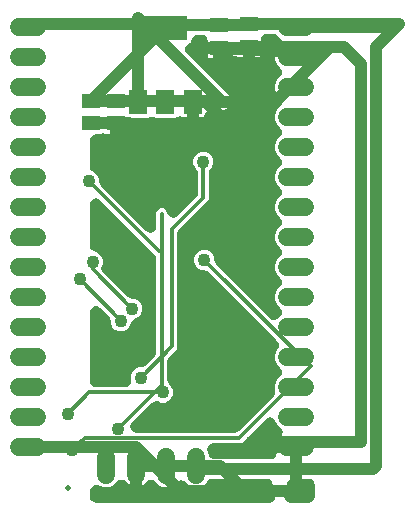
<source format=gbr>
G04 EAGLE Gerber X2 export*
%TF.Part,Single*%
%TF.FileFunction,Copper,L2,Bot,Mixed*%
%TF.FilePolarity,Positive*%
%TF.GenerationSoftware,Autodesk,EAGLE,9.7.0*%
%TF.CreationDate,2022-05-08T16:05:26Z*%
G75*
%MOMM*%
%FSLAX46Y46*%
%LPD*%
%INBottom Copper*%
%AMOC8*
5,1,8,0,0,1.08239X$1,22.5*%
G01*
G04 Define Apertures*
%ADD10R,1.500000X1.300000*%
%ADD11R,1.500000X2.000000*%
%ADD12R,3.800000X2.000000*%
%ADD13C,1.524000*%
%ADD14C,0.508000*%
%ADD15C,1.016000*%
%ADD16C,1.106400*%
%ADD17C,0.304800*%
%ADD18C,0.300000*%
G36*
X19528266Y6283734D02*
X19689338Y6392291D01*
X22650831Y9353784D01*
X22762488Y9522338D01*
X22799556Y9721091D01*
X22764200Y9891719D01*
X22764200Y10322044D01*
X22925881Y10712378D01*
X23235094Y11021591D01*
X23346750Y11190144D01*
X23383819Y11388897D01*
X23340434Y11586369D01*
X23235094Y11740009D01*
X22925881Y12049222D01*
X22764200Y12439556D01*
X22764200Y12862044D01*
X22925881Y13252378D01*
X22982697Y13309194D01*
X23094353Y13477747D01*
X23131422Y13676500D01*
X23088038Y13873972D01*
X22982697Y14027613D01*
X17149600Y19860709D01*
X16981047Y19972366D01*
X16790391Y20009500D01*
X16617691Y20009500D01*
X16304097Y20139394D01*
X16064094Y20379397D01*
X15934200Y20692991D01*
X15934200Y21032409D01*
X16064094Y21346003D01*
X16304097Y21586006D01*
X16617691Y21715900D01*
X16957109Y21715900D01*
X17270703Y21586006D01*
X17510706Y21346003D01*
X17640600Y21032409D01*
X17640600Y20859709D01*
X17680834Y20661572D01*
X17789391Y20500500D01*
X22352488Y15937403D01*
X22521041Y15825747D01*
X22719794Y15788678D01*
X22917266Y15832063D01*
X23070906Y15937403D01*
X23235094Y16101591D01*
X23346750Y16270144D01*
X23383819Y16468897D01*
X23340434Y16666369D01*
X23235094Y16820009D01*
X22925881Y17129222D01*
X22764200Y17519556D01*
X22764200Y17942044D01*
X22925881Y18332378D01*
X23235094Y18641591D01*
X23346750Y18810144D01*
X23383819Y19008897D01*
X23340434Y19206369D01*
X23235094Y19360009D01*
X22925881Y19669222D01*
X22764200Y20059556D01*
X22764200Y20482044D01*
X22925881Y20872378D01*
X23235094Y21181591D01*
X23346750Y21350144D01*
X23383819Y21548897D01*
X23340434Y21746369D01*
X23235094Y21900009D01*
X22925881Y22209222D01*
X22764200Y22599556D01*
X22764200Y23022044D01*
X22925881Y23412378D01*
X23235094Y23721591D01*
X23346750Y23890144D01*
X23383819Y24088897D01*
X23340434Y24286369D01*
X23235094Y24440009D01*
X22925881Y24749222D01*
X22764200Y25139556D01*
X22764200Y25562044D01*
X22925881Y25952378D01*
X23235094Y26261591D01*
X23346750Y26430144D01*
X23383819Y26628897D01*
X23340434Y26826369D01*
X23235094Y26980009D01*
X22925881Y27289222D01*
X22764200Y27679556D01*
X22764200Y28102044D01*
X22925881Y28492378D01*
X23235094Y28801591D01*
X23346750Y28970144D01*
X23383819Y29168897D01*
X23340434Y29366369D01*
X23235094Y29520009D01*
X22925881Y29829222D01*
X22764200Y30219556D01*
X22764200Y30642044D01*
X22925881Y31032378D01*
X23235094Y31341591D01*
X23346750Y31510144D01*
X23383819Y31708897D01*
X23340434Y31906369D01*
X23235094Y32060009D01*
X22925881Y32369222D01*
X22764200Y32759556D01*
X22764200Y33182044D01*
X22925881Y33572378D01*
X23235094Y33881591D01*
X23346750Y34050144D01*
X23383819Y34248897D01*
X23340434Y34446369D01*
X23235094Y34600009D01*
X22925881Y34909222D01*
X22764200Y35299556D01*
X22764200Y35722044D01*
X22925881Y36112378D01*
X23235094Y36421591D01*
X23346750Y36590144D01*
X23383819Y36788897D01*
X23340434Y36986369D01*
X23235094Y37140009D01*
X22925881Y37449222D01*
X22764200Y37839556D01*
X22764200Y38262044D01*
X22925881Y38652378D01*
X23235094Y38961591D01*
X23346750Y39130144D01*
X23383819Y39328897D01*
X23340434Y39526369D01*
X23235094Y39680009D01*
X23049194Y39865909D01*
X22880641Y39977566D01*
X22689984Y40014700D01*
X22069400Y40014700D01*
X21871263Y39974466D01*
X21704509Y39860138D01*
X21595556Y39689825D01*
X21561400Y39506700D01*
X21561400Y39430700D01*
X20049400Y39430700D01*
X20049400Y38018700D01*
X19756875Y38018700D01*
X19598119Y38084459D01*
X19543056Y38120934D01*
X19344303Y38158003D01*
X19146831Y38114619D01*
X18993191Y38009278D01*
X18961281Y37977369D01*
X18867925Y37938700D01*
X18575400Y37938700D01*
X18575400Y39350700D01*
X17063400Y39350700D01*
X17063400Y39426700D01*
X17023166Y39624838D01*
X16908838Y39791591D01*
X16738525Y39900544D01*
X16555400Y39934700D01*
X16205400Y39934700D01*
X16007263Y39894466D01*
X15840509Y39780138D01*
X15731556Y39609825D01*
X15702941Y39456400D01*
X15651728Y39332763D01*
X15567334Y39248369D01*
X15460153Y39203972D01*
X15292494Y39090978D01*
X15182188Y38921538D01*
X15146703Y38722494D01*
X15191666Y38525375D01*
X15295350Y38375434D01*
X18880388Y34790397D01*
X19003400Y34493419D01*
X19003400Y34171981D01*
X18880388Y33875003D01*
X18653097Y33647713D01*
X18356119Y33524700D01*
X17295141Y33524700D01*
X17097003Y33484466D01*
X16930250Y33370138D01*
X16825809Y33211103D01*
X16762731Y33058819D01*
X16691281Y32987369D01*
X16597925Y32948700D01*
X16305400Y32948700D01*
X16305400Y34710700D01*
X15289400Y34710700D01*
X15289400Y32948700D01*
X14996872Y32948700D01*
X14900903Y32988450D01*
X14702450Y33027103D01*
X14510872Y32986606D01*
X14510691Y32987041D01*
X14508356Y32986075D01*
X14504638Y32985288D01*
X14501797Y32983356D01*
X14307075Y32902700D01*
X12687728Y32902700D01*
X12541803Y32963144D01*
X12343350Y33001797D01*
X12152997Y32963144D01*
X12007072Y32902700D01*
X10799400Y32902700D01*
X10601263Y32862466D01*
X10545400Y32824166D01*
X10545400Y32940700D01*
X8779400Y32940700D01*
X8779400Y31528700D01*
X8486875Y31528700D01*
X8426806Y31553581D01*
X8228353Y31592238D01*
X8037994Y31553581D01*
X7977925Y31528700D01*
X7620000Y31528700D01*
X7421863Y31488466D01*
X7255109Y31374138D01*
X7146156Y31203825D01*
X7112000Y31020700D01*
X7112000Y28749700D01*
X7152234Y28551563D01*
X7266563Y28384809D01*
X7425600Y28280369D01*
X7510075Y28245378D01*
X7750078Y28005375D01*
X7879972Y27691781D01*
X7879972Y27515688D01*
X7920206Y27317550D01*
X8028763Y27156478D01*
X11873563Y23311678D01*
X12042116Y23200022D01*
X12240869Y23162953D01*
X12438341Y23206338D01*
X12603250Y23323309D01*
X12709475Y23495338D01*
X12740772Y23670888D01*
X12740772Y24885581D01*
X12809281Y25050978D01*
X12935866Y25177563D01*
X13101263Y25246072D01*
X13280281Y25246072D01*
X13445678Y25177563D01*
X13572263Y25050978D01*
X13661328Y24835953D01*
X13681006Y24739050D01*
X13795334Y24572297D01*
X13965647Y24463344D01*
X14164966Y24429447D01*
X14361719Y24475975D01*
X14507981Y24577978D01*
X16108609Y26178606D01*
X16220266Y26347159D01*
X16257400Y26537816D01*
X16257400Y28225672D01*
X16217166Y28423809D01*
X16108609Y28584881D01*
X15984094Y28709397D01*
X15854200Y29022991D01*
X15854200Y29362409D01*
X15984094Y29676003D01*
X16224097Y29916006D01*
X16537691Y30045900D01*
X16877109Y30045900D01*
X17190703Y29916006D01*
X17430706Y29676003D01*
X17560600Y29362409D01*
X17560600Y29022991D01*
X17430706Y28709397D01*
X17306191Y28584881D01*
X17194534Y28416328D01*
X17157400Y28225672D01*
X17157400Y26051491D01*
X17088891Y25886094D01*
X14660191Y23457394D01*
X14548534Y23288841D01*
X14511400Y23098184D01*
X14511400Y13467191D01*
X14442891Y13301794D01*
X13789563Y12648466D01*
X13677906Y12479913D01*
X13640772Y12289256D01*
X13640772Y10692175D01*
X13681006Y10494038D01*
X13789563Y10332966D01*
X13993616Y10128913D01*
X14123509Y9815319D01*
X14123509Y9475900D01*
X13993616Y9162306D01*
X13753613Y8922303D01*
X13440019Y8792409D01*
X13100603Y8792409D01*
X12878853Y8884263D01*
X12680400Y8922916D01*
X12482591Y8881103D01*
X12325238Y8774141D01*
X10661806Y7110709D01*
X10550150Y6942156D01*
X10513081Y6743403D01*
X10556466Y6545931D01*
X10673438Y6381022D01*
X10845466Y6274797D01*
X11021016Y6243500D01*
X19330128Y6243500D01*
X19528266Y6283734D01*
G37*
%LPC*%
G36*
X21065400Y38018700D02*
X21065400Y38414700D01*
X21561400Y38414700D01*
X21561400Y38222175D01*
X21522731Y38128819D01*
X21451281Y38057369D01*
X21357925Y38018700D01*
X21065400Y38018700D01*
G37*
G36*
X17266875Y37938700D02*
X17173519Y37977369D01*
X17102069Y38048819D01*
X17063400Y38142175D01*
X17063400Y38334700D01*
X17559400Y38334700D01*
X17559400Y37938700D01*
X17266875Y37938700D01*
G37*
G36*
X9795400Y31528700D02*
X9795400Y31924700D01*
X10291400Y31924700D01*
X10291400Y31732175D01*
X10252731Y31638819D01*
X10181281Y31567369D01*
X10087925Y31528700D01*
X9795400Y31528700D01*
G37*
%LPD*%
G36*
X10270216Y10135844D02*
X10436969Y10250172D01*
X10545922Y10420484D01*
X10579819Y10619803D01*
X10564200Y10692269D01*
X10564200Y11082409D01*
X10694094Y11396003D01*
X10934097Y11636006D01*
X11247691Y11765900D01*
X11423784Y11765900D01*
X11621922Y11806134D01*
X11782994Y11914691D01*
X12591981Y12723678D01*
X12703638Y12892231D01*
X12740772Y13082888D01*
X12740772Y20961256D01*
X12700538Y21159394D01*
X12591981Y21320466D01*
X7979209Y25933238D01*
X7810656Y26044894D01*
X7611903Y26081963D01*
X7414431Y26038578D01*
X7249522Y25921606D01*
X7143297Y25749578D01*
X7112000Y25574028D01*
X7112000Y22094166D01*
X7152234Y21896028D01*
X7266563Y21729275D01*
X7425597Y21624834D01*
X7832278Y21456381D01*
X8072281Y21216378D01*
X8202175Y20902784D01*
X8202175Y20563363D01*
X8122463Y20370919D01*
X8083809Y20172466D01*
X8125622Y19974653D01*
X8232584Y19817306D01*
X10305200Y17744691D01*
X10473753Y17633034D01*
X10664409Y17595900D01*
X10837109Y17595900D01*
X11150703Y17466006D01*
X11390706Y17226003D01*
X11520600Y16912409D01*
X11520600Y16572991D01*
X11390706Y16259397D01*
X11150703Y16019394D01*
X10894197Y15913147D01*
X10726538Y15800153D01*
X10616231Y15630713D01*
X10605034Y15571978D01*
X10450706Y15199397D01*
X10210703Y14959394D01*
X9897109Y14829500D01*
X9557691Y14829500D01*
X9244097Y14959394D01*
X9004094Y15199397D01*
X8874200Y15512991D01*
X8874200Y15733691D01*
X8833966Y15931828D01*
X8725409Y16092900D01*
X7979209Y16839100D01*
X7810656Y16950756D01*
X7611903Y16987825D01*
X7414431Y16944441D01*
X7249522Y16827469D01*
X7143297Y16655441D01*
X7112000Y16479891D01*
X7112000Y10603609D01*
X7152234Y10405472D01*
X7266563Y10238719D01*
X7436875Y10129766D01*
X7620000Y10095609D01*
X10072078Y10095609D01*
X10270216Y10135844D01*
G37*
G36*
X22601803Y4014934D02*
X22768556Y4129263D01*
X22877509Y4299575D01*
X22911406Y4498894D01*
X22906253Y4522800D01*
X25096200Y4522800D01*
X25096200Y5538800D01*
X22936909Y5538800D01*
X22964878Y5606322D01*
X23267622Y5909066D01*
X23379278Y6077619D01*
X23416347Y6276372D01*
X23372963Y6473844D01*
X23267622Y6627488D01*
X22925881Y6969228D01*
X22812625Y7242650D01*
X22699631Y7410309D01*
X22530191Y7520616D01*
X22331150Y7556103D01*
X22134028Y7511144D01*
X21984084Y7407456D01*
X19984203Y5407575D01*
X19817922Y5338700D01*
X17553316Y5338700D01*
X17355178Y5298466D01*
X17188425Y5184138D01*
X17079472Y5013825D01*
X17045575Y4814506D01*
X17083984Y4636297D01*
X17209975Y4332131D01*
X17219634Y4284563D01*
X17333963Y4117809D01*
X17504275Y4008856D01*
X17687400Y3974700D01*
X22403666Y3974700D01*
X22601803Y4014934D01*
G37*
G36*
X22492994Y352934D02*
X22659747Y467263D01*
X22768700Y637575D01*
X22802597Y836894D01*
X22756069Y1033647D01*
X22654066Y1179909D01*
X22647675Y1186300D01*
X22551000Y1419694D01*
X22551000Y1690353D01*
X22583022Y1854744D01*
X22541213Y2052556D01*
X22425559Y2218394D01*
X22254384Y2325988D01*
X22075038Y2358700D01*
X17477100Y2358700D01*
X17278963Y2318466D01*
X17112209Y2204138D01*
X17034688Y2086091D01*
X16718978Y1770381D01*
X16328644Y1608700D01*
X15906156Y1608700D01*
X15515822Y1770381D01*
X15206609Y2079594D01*
X15038056Y2191250D01*
X14839303Y2228319D01*
X14641831Y2184934D01*
X14488191Y2079594D01*
X14178978Y1770381D01*
X13788644Y1608700D01*
X13366156Y1608700D01*
X12975828Y1770378D01*
X12634088Y2112122D01*
X12465534Y2223778D01*
X12266778Y2260847D01*
X12069306Y2217463D01*
X11915666Y2112122D01*
X11612922Y1809378D01*
X11545400Y1781409D01*
X11545400Y3940700D01*
X10529400Y3940700D01*
X10529400Y1781409D01*
X10461884Y1809375D01*
X10159141Y2112122D01*
X9990588Y2223778D01*
X9791831Y2260847D01*
X9594363Y2217463D01*
X9440719Y2112122D01*
X9098978Y1770381D01*
X8708644Y1608700D01*
X8286156Y1608700D01*
X7814403Y1804106D01*
X7615950Y1842759D01*
X7418141Y1800947D01*
X7252303Y1685294D01*
X7144709Y1514119D01*
X7112000Y1334775D01*
X7112000Y820700D01*
X7152234Y622563D01*
X7266563Y455809D01*
X7436875Y346856D01*
X7620000Y312700D01*
X22294856Y312700D01*
X22492994Y352934D01*
G37*
G36*
X25827538Y352934D02*
X25994291Y467263D01*
X26103244Y637575D01*
X26137400Y820700D01*
X26137400Y1850700D01*
X26097166Y2048838D01*
X25982838Y2215591D01*
X25812525Y2324544D01*
X25629400Y2358700D01*
X24296963Y2358700D01*
X24098825Y2318466D01*
X23932072Y2204138D01*
X23823119Y2033825D01*
X23789222Y1834506D01*
X23821000Y1687075D01*
X23821000Y1419694D01*
X23724325Y1186300D01*
X23717934Y1179909D01*
X23606278Y1011356D01*
X23569209Y812603D01*
X23612594Y615131D01*
X23729566Y450222D01*
X23901594Y343997D01*
X24077144Y312700D01*
X25629400Y312700D01*
X25827538Y352934D01*
G37*
D10*
X7177400Y34332700D03*
X7177400Y32432700D03*
X18067400Y40742700D03*
X18067400Y38842700D03*
X20557400Y40822700D03*
X20557400Y38922700D03*
X9287400Y34332700D03*
X9287400Y32432700D03*
D11*
X15797400Y34202700D03*
X13497400Y34202700D03*
X11197400Y34202700D03*
D12*
X13497400Y40502700D03*
D13*
X16117400Y4194700D02*
X16117400Y2670700D01*
X13577400Y2670700D02*
X13577400Y4194700D01*
X11037400Y4194700D02*
X11037400Y2670700D01*
X8497400Y2670700D02*
X8497400Y4194700D01*
X23826200Y40590800D02*
X25350200Y40590800D01*
X25350200Y38050800D02*
X23826200Y38050800D01*
X23826200Y35510800D02*
X25350200Y35510800D01*
X25350200Y32970800D02*
X23826200Y32970800D01*
X23826200Y30430800D02*
X25350200Y30430800D01*
X25350200Y27890800D02*
X23826200Y27890800D01*
X23826200Y25350800D02*
X25350200Y25350800D01*
X25350200Y22810800D02*
X23826200Y22810800D01*
X23826200Y20270800D02*
X25350200Y20270800D01*
X25350200Y17730800D02*
X23826200Y17730800D01*
X23826200Y15190800D02*
X25350200Y15190800D01*
X25350200Y12650800D02*
X23826200Y12650800D01*
X23826200Y10110800D02*
X25350200Y10110800D01*
X25350200Y7570800D02*
X23826200Y7570800D01*
X23826200Y5030800D02*
X25350200Y5030800D01*
X2616200Y40589200D02*
X1092200Y40589200D01*
X1092200Y38049200D02*
X2616200Y38049200D01*
X2616200Y35509200D02*
X1092200Y35509200D01*
X1092200Y32969200D02*
X2616200Y32969200D01*
X2616200Y30429200D02*
X1092200Y30429200D01*
X1092200Y27889200D02*
X2616200Y27889200D01*
X2616200Y25349200D02*
X1092200Y25349200D01*
X1092200Y22809200D02*
X2616200Y22809200D01*
X2616200Y20269200D02*
X1092200Y20269200D01*
X1092200Y17729200D02*
X2616200Y17729200D01*
X2616200Y15189200D02*
X1092200Y15189200D01*
X1092200Y12649200D02*
X2616200Y12649200D01*
X2616200Y10109200D02*
X1092200Y10109200D01*
X1092200Y7569200D02*
X2616200Y7569200D01*
X2616200Y5029200D02*
X1092200Y5029200D01*
D14*
X5256000Y1556000D03*
X23186000Y1546000D03*
X6176000Y40896000D03*
D15*
X20477400Y38842700D02*
X20557400Y38922700D01*
X20477400Y38842700D02*
X18067400Y38842700D01*
X26957400Y38392700D01*
X22767400Y34202700D02*
X15797400Y34202700D01*
X22767400Y34202700D02*
X27211400Y38646700D01*
X19188100Y31930000D02*
X16915400Y34202700D01*
X15797400Y34202700D01*
X9287400Y32432700D02*
X7177400Y32432700D01*
X20557400Y38922700D02*
X28605400Y38922700D01*
X30033400Y37494700D01*
X30033400Y5412700D01*
X20844200Y5412700D01*
D16*
X20844200Y5412700D03*
D15*
X24572900Y5046100D02*
X24588200Y5030800D01*
D16*
X18777400Y38392700D03*
D17*
X26957400Y38392700D01*
D16*
X8227400Y15750900D03*
X15197400Y14942700D03*
D17*
X16129600Y15874900D02*
X17511063Y15874900D01*
X16129600Y15874900D02*
X15197400Y14942700D01*
D16*
X16225200Y15982700D03*
D17*
X18389600Y15982700D01*
X18449600Y15922700D01*
D16*
X18449600Y15922700D03*
D15*
X19188100Y31930000D02*
X9790100Y31930000D01*
X9287400Y32432700D01*
X8236200Y15750900D02*
X8227400Y15750900D01*
X24588200Y5030800D02*
X24588200Y1280000D01*
X20240000Y1280000D01*
X14741400Y1280000D01*
X10992200Y5029200D01*
X1854200Y5029200D01*
X11037400Y3432700D02*
X18087300Y3432700D01*
X20240000Y1280000D01*
X20477400Y40742700D02*
X20557400Y40822700D01*
X20477400Y40742700D02*
X18067400Y40742700D01*
X13737400Y40742700D01*
X13497400Y40502700D01*
X31349400Y3454700D02*
X31061400Y3166700D01*
X16383400Y3166700D01*
X16117400Y3432700D01*
X31349400Y3454700D02*
X31349400Y38917019D01*
X33255081Y40822700D01*
X33023181Y40590800D02*
X24588200Y40590800D01*
X20557400Y40822700D02*
X33255081Y40822700D01*
X11197400Y41330700D02*
X11197400Y34202700D01*
X9287400Y34332700D02*
X18195400Y34332700D01*
X18071400Y34456700D02*
X17941400Y34586700D01*
X11197400Y41330700D01*
X18071400Y34456700D02*
X18195400Y34332700D01*
X9287400Y34332700D02*
X7177400Y34332700D01*
X13684900Y40840200D01*
X13684900Y40843200D01*
X13684900Y40840200D02*
X2105200Y40840200D01*
X1854200Y40589200D01*
D16*
X16707400Y29192700D03*
D18*
X16707400Y26141000D01*
X14061400Y23495000D01*
X14061400Y13556700D01*
X11417400Y10912700D01*
D16*
X11417400Y10912700D03*
X13270309Y9645609D03*
D18*
X7062884Y9645609D01*
X5229975Y7812700D01*
D16*
X5229975Y7812700D03*
X10667400Y16742700D03*
D17*
X7348975Y20061125D01*
X7348975Y20733075D01*
D16*
X7348975Y20733075D03*
X9727400Y15682700D03*
D17*
X9727400Y15730700D01*
X6237400Y19220700D01*
D16*
X6237400Y19220700D03*
X7026772Y27522072D03*
D18*
X12936772Y21612072D01*
X13190772Y10276072D02*
X9457400Y6542700D01*
X13190772Y10276072D02*
X13190772Y24796072D01*
D16*
X9457400Y6542700D03*
X16787400Y20862700D03*
X5617400Y4752700D03*
D17*
X6655800Y5791100D01*
X16787400Y20862700D02*
X25793469Y11856631D01*
X19727938Y5791100D01*
X6655800Y5791100D01*
M02*

</source>
